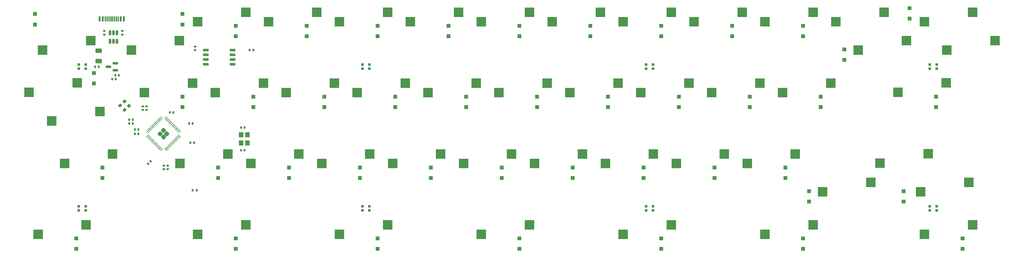
<source format=gbr>
%TF.GenerationSoftware,KiCad,Pcbnew,(6.0.7)*%
%TF.CreationDate,2023-01-25T01:57:20+01:00*%
%TF.ProjectId,william,77696c6c-6961-46d2-9e6b-696361645f70,rev?*%
%TF.SameCoordinates,Original*%
%TF.FileFunction,Paste,Bot*%
%TF.FilePolarity,Positive*%
%FSLAX46Y46*%
G04 Gerber Fmt 4.6, Leading zero omitted, Abs format (unit mm)*
G04 Created by KiCad (PCBNEW (6.0.7)) date 2023-01-25 01:57:20*
%MOMM*%
%LPD*%
G01*
G04 APERTURE LIST*
G04 Aperture macros list*
%AMRoundRect*
0 Rectangle with rounded corners*
0 $1 Rounding radius*
0 $2 $3 $4 $5 $6 $7 $8 $9 X,Y pos of 4 corners*
0 Add a 4 corners polygon primitive as box body*
4,1,4,$2,$3,$4,$5,$6,$7,$8,$9,$2,$3,0*
0 Add four circle primitives for the rounded corners*
1,1,$1+$1,$2,$3*
1,1,$1+$1,$4,$5*
1,1,$1+$1,$6,$7*
1,1,$1+$1,$8,$9*
0 Add four rect primitives between the rounded corners*
20,1,$1+$1,$2,$3,$4,$5,0*
20,1,$1+$1,$4,$5,$6,$7,0*
20,1,$1+$1,$6,$7,$8,$9,0*
20,1,$1+$1,$8,$9,$2,$3,0*%
G04 Aperture macros list end*
%ADD10R,0.700000X0.700000*%
%ADD11R,2.550000X2.500000*%
%ADD12R,1.100000X1.100000*%
%ADD13RoundRect,0.140000X-0.140000X-0.170000X0.140000X-0.170000X0.140000X0.170000X-0.140000X0.170000X0*%
%ADD14RoundRect,0.140000X0.140000X0.170000X-0.140000X0.170000X-0.140000X-0.170000X0.140000X-0.170000X0*%
%ADD15RoundRect,0.200000X-0.335876X-0.053033X-0.053033X-0.335876X0.335876X0.053033X0.053033X0.335876X0*%
%ADD16RoundRect,0.135000X-0.135000X-0.185000X0.135000X-0.185000X0.135000X0.185000X-0.135000X0.185000X0*%
%ADD17RoundRect,0.150000X0.587500X0.150000X-0.587500X0.150000X-0.587500X-0.150000X0.587500X-0.150000X0*%
%ADD18RoundRect,0.150000X0.650000X0.150000X-0.650000X0.150000X-0.650000X-0.150000X0.650000X-0.150000X0*%
%ADD19RoundRect,0.140000X0.170000X-0.140000X0.170000X0.140000X-0.170000X0.140000X-0.170000X-0.140000X0*%
%ADD20R,0.600000X1.450000*%
%ADD21R,0.300000X1.450000*%
%ADD22RoundRect,0.135000X-0.185000X0.135000X-0.185000X-0.135000X0.185000X-0.135000X0.185000X0.135000X0*%
%ADD23RoundRect,0.250000X0.000000X0.413257X-0.413257X0.000000X0.000000X-0.413257X0.413257X0.000000X0*%
%ADD24RoundRect,0.050000X0.238649X0.309359X-0.309359X-0.238649X-0.238649X-0.309359X0.309359X0.238649X0*%
%ADD25RoundRect,0.050000X-0.238649X0.309359X-0.309359X0.238649X0.238649X-0.309359X0.309359X-0.238649X0*%
%ADD26RoundRect,0.135000X0.135000X0.185000X-0.135000X0.185000X-0.135000X-0.185000X0.135000X-0.185000X0*%
%ADD27RoundRect,0.140000X0.021213X-0.219203X0.219203X-0.021213X-0.021213X0.219203X-0.219203X0.021213X0*%
%ADD28RoundRect,0.250000X-0.625000X0.375000X-0.625000X-0.375000X0.625000X-0.375000X0.625000X0.375000X0*%
%ADD29RoundRect,0.140000X-0.170000X0.140000X-0.170000X-0.140000X0.170000X-0.140000X0.170000X0.140000X0*%
%ADD30R,1.200000X1.400000*%
%ADD31RoundRect,0.150000X0.150000X-0.512500X0.150000X0.512500X-0.150000X0.512500X-0.150000X-0.512500X0*%
G04 APERTURE END LIST*
D10*
%TO.C,D53*%
X262610000Y-94212500D03*
X262610000Y-93112500D03*
X264440000Y-93112500D03*
X264440000Y-94212500D03*
%TD*%
%TO.C,D52*%
X262610000Y-56112500D03*
X262610000Y-55012500D03*
X264440000Y-55012500D03*
X264440000Y-56112500D03*
%TD*%
%TO.C,D51*%
X186410000Y-94212500D03*
X186410000Y-93112500D03*
X188240000Y-93112500D03*
X188240000Y-94212500D03*
%TD*%
%TO.C,D50*%
X186410000Y-56112500D03*
X186410000Y-55012500D03*
X188240000Y-55012500D03*
X188240000Y-56112500D03*
%TD*%
%TO.C,D49*%
X110210000Y-94212500D03*
X110210000Y-93112500D03*
X112040000Y-93112500D03*
X112040000Y-94212500D03*
%TD*%
%TO.C,D48*%
X110210000Y-56112500D03*
X110210000Y-55012500D03*
X112040000Y-55012500D03*
X112040000Y-56112500D03*
%TD*%
%TO.C,D47*%
X34010000Y-94212500D03*
X34010000Y-93112500D03*
X35840000Y-93112500D03*
X35840000Y-94212500D03*
%TD*%
%TO.C,D46*%
X34010000Y-56176000D03*
X34010000Y-55076000D03*
X35840000Y-55076000D03*
X35840000Y-56176000D03*
%TD*%
D11*
%TO.C,SW23*%
X204052500Y-62547500D03*
X216979500Y-60007500D03*
%TD*%
%TO.C,SW42*%
X218340000Y-100647500D03*
X231267000Y-98107500D03*
%TD*%
%TO.C,SW43*%
X261202500Y-100647500D03*
X274129500Y-98107500D03*
%TD*%
%TO.C,SW13(1.5)1*%
X261202500Y-43497500D03*
X274129500Y-40957500D03*
%TD*%
%TO.C,SW37(1.75)1*%
X273086500Y-86677500D03*
X260159500Y-89217500D03*
%TD*%
%TO.C,SW25*%
X254090500Y-62540550D03*
X267017500Y-60000550D03*
%TD*%
%TO.C,SW21*%
X165952500Y-62547500D03*
X178879500Y-60007500D03*
%TD*%
%TO.C,SW15*%
X51652500Y-62547500D03*
X64579500Y-60007500D03*
%TD*%
%TO.C,SW7*%
X142140000Y-43497500D03*
X155067000Y-40957500D03*
%TD*%
%TO.C,SW34*%
X194527500Y-81597500D03*
X207454500Y-79057500D03*
%TD*%
%TO.C,SW9*%
X180240000Y-43497500D03*
X193167000Y-40957500D03*
%TD*%
%TO.C,SW30*%
X118327500Y-81597500D03*
X131254500Y-79057500D03*
%TD*%
%TO.C,SW19*%
X127852500Y-62547500D03*
X140779500Y-60007500D03*
%TD*%
%TO.C,SW14(1.25)1*%
X20676497Y-62506825D03*
X33603497Y-59966825D03*
%TD*%
%TO.C,SW44*%
X104040000Y-100647500D03*
X116967000Y-98107500D03*
%TD*%
%TO.C,SW45*%
X180240000Y-100647500D03*
X193167000Y-98107500D03*
%TD*%
%TO.C,SW33*%
X175477500Y-81597500D03*
X188404500Y-79057500D03*
%TD*%
%TO.C,SW32*%
X156427500Y-81597500D03*
X169354500Y-79057500D03*
%TD*%
%TO.C,SW36*%
X246797500Y-86677500D03*
X233870500Y-89217500D03*
%TD*%
%TO.C,SW4*%
X84990000Y-43497500D03*
X97917000Y-40957500D03*
%TD*%
%TO.C,SW5*%
X104040000Y-43497500D03*
X116967000Y-40957500D03*
%TD*%
%TO.C,SW16*%
X70702500Y-62547500D03*
X83629500Y-60007500D03*
%TD*%
%TO.C,SW37(2.75)1*%
X249264500Y-81534000D03*
X262191500Y-78994000D03*
%TD*%
%TO.C,SW17*%
X89752500Y-62547500D03*
X102679500Y-60007500D03*
%TD*%
%TO.C,SW18*%
X108802500Y-62547500D03*
X121729500Y-60007500D03*
%TD*%
%TO.C,SW35*%
X213577500Y-81597500D03*
X226504500Y-79057500D03*
%TD*%
%TO.C,SW39*%
X23077500Y-100647500D03*
X36004500Y-98107500D03*
%TD*%
%TO.C,SW40*%
X65940000Y-100647500D03*
X78867000Y-98107500D03*
%TD*%
%TO.C,SW31*%
X137377500Y-81597500D03*
X150304500Y-79057500D03*
%TD*%
%TO.C,SW8*%
X161190000Y-43497500D03*
X174117000Y-40957500D03*
%TD*%
%TO.C,SW12*%
X280135000Y-48577500D03*
X267208000Y-51117500D03*
%TD*%
%TO.C,SW41*%
X142140000Y-100647500D03*
X155067000Y-98107500D03*
%TD*%
%TO.C,SW11*%
X218340000Y-43497500D03*
X231267000Y-40957500D03*
%TD*%
%TO.C,SW28*%
X80227500Y-81597500D03*
X93154500Y-79057500D03*
%TD*%
%TO.C,SW3*%
X65940000Y-43497500D03*
X78867000Y-40957500D03*
%TD*%
%TO.C,SW1*%
X37247500Y-48577500D03*
X24320500Y-51117500D03*
%TD*%
%TO.C,SW10*%
X199290000Y-43497500D03*
X212217000Y-40957500D03*
%TD*%
%TO.C,SW13*%
X237390000Y-43497500D03*
X250317000Y-40957500D03*
%TD*%
%TO.C,SW27*%
X61177500Y-81597500D03*
X74104500Y-79057500D03*
%TD*%
%TO.C,SW22*%
X185002500Y-62547500D03*
X197929500Y-60007500D03*
%TD*%
%TO.C,SW6*%
X123090000Y-43497500D03*
X136017000Y-40957500D03*
%TD*%
%TO.C,SW24*%
X223102500Y-62547500D03*
X236029500Y-60007500D03*
%TD*%
%TO.C,SW29*%
X99277500Y-81597500D03*
X112204500Y-79057500D03*
%TD*%
%TO.C,SW20*%
X146902500Y-62547500D03*
X159829500Y-60007500D03*
%TD*%
%TO.C,SW14*%
X39660500Y-67627500D03*
X26733500Y-70167500D03*
%TD*%
%TO.C,SW2*%
X61060000Y-48577500D03*
X48133000Y-51117500D03*
%TD*%
%TO.C,SW12(1.5)1*%
X256322500Y-48577500D03*
X243395500Y-51117500D03*
%TD*%
%TO.C,SW26*%
X30189500Y-81661000D03*
X43116500Y-79121000D03*
%TD*%
D12*
%TO.C,D12*%
X76200000Y-104587500D03*
X76200000Y-101787500D03*
%TD*%
%TO.C,D43*%
X255587500Y-91887500D03*
X255587500Y-89087500D03*
%TD*%
%TO.C,D29*%
X185737500Y-85537500D03*
X185737500Y-82737500D03*
%TD*%
%TO.C,D34*%
X209550000Y-47437500D03*
X209550000Y-44637500D03*
%TD*%
%TO.C,D28*%
X176212500Y-66487500D03*
X176212500Y-63687500D03*
%TD*%
%TO.C,D44*%
X257175000Y-42675000D03*
X257175000Y-39875000D03*
%TD*%
%TO.C,D21*%
X138112500Y-66487500D03*
X138112500Y-63687500D03*
%TD*%
D13*
%TO.C,C7*%
X43843000Y-57912000D03*
X44803000Y-57912000D03*
%TD*%
D12*
%TO.C,D5*%
X33337500Y-104587500D03*
X33337500Y-101787500D03*
%TD*%
%TO.C,D30*%
X190500000Y-47437500D03*
X190500000Y-44637500D03*
%TD*%
D14*
%TO.C,C5*%
X78585000Y-78105000D03*
X77625000Y-78105000D03*
%TD*%
D12*
%TO.C,D42*%
X264287000Y-66487500D03*
X264287000Y-63687500D03*
%TD*%
%TO.C,D14*%
X100012500Y-66487500D03*
X100012500Y-63687500D03*
%TD*%
D15*
%TO.C,R2*%
X45136637Y-66091637D03*
X46303363Y-67258363D03*
%TD*%
D12*
%TO.C,D11*%
X90487500Y-85537500D03*
X90487500Y-82737500D03*
%TD*%
D16*
%TO.C,R3*%
X64621588Y-88875000D03*
X65641588Y-88875000D03*
%TD*%
D12*
%TO.C,D39*%
X230187500Y-91887500D03*
X230187500Y-89087500D03*
%TD*%
%TO.C,D31*%
X195262500Y-66487500D03*
X195262500Y-63687500D03*
%TD*%
D17*
%TO.C,U2*%
X43863500Y-54676000D03*
X43863500Y-56576000D03*
X41988500Y-55626000D03*
%TD*%
D18*
%TO.C,U3*%
X75355000Y-51181000D03*
X75355000Y-52451000D03*
X75355000Y-53721000D03*
X75355000Y-54991000D03*
X68155000Y-54991000D03*
X68155000Y-53721000D03*
X68155000Y-52451000D03*
X68155000Y-51181000D03*
%TD*%
D14*
%TO.C,C16*%
X50010000Y-72517000D03*
X49050000Y-72517000D03*
%TD*%
D19*
%TO.C,C15*%
X51181000Y-67282000D03*
X51181000Y-66322000D03*
%TD*%
%TO.C,C11*%
X57912000Y-83157000D03*
X57912000Y-82197000D03*
%TD*%
D12*
%TO.C,D23*%
X152400000Y-47437500D03*
X152400000Y-44637500D03*
%TD*%
D20*
%TO.C,J1*%
X39612499Y-42764539D03*
X40412499Y-42764539D03*
D21*
X41612499Y-42764539D03*
X42612499Y-42764539D03*
X43112499Y-42764539D03*
X44112499Y-42764539D03*
D20*
X45312499Y-42764539D03*
X46112499Y-42764539D03*
X46112499Y-42764539D03*
X45312499Y-42764539D03*
D21*
X44612499Y-42764539D03*
X43612499Y-42764539D03*
X42112499Y-42764539D03*
X41112499Y-42764539D03*
D20*
X40412499Y-42764539D03*
X39612499Y-42764539D03*
%TD*%
D14*
%TO.C,C8*%
X43914000Y-58928000D03*
X42954000Y-58928000D03*
%TD*%
D13*
%TO.C,C14*%
X63655000Y-70866000D03*
X64615000Y-70866000D03*
%TD*%
D22*
%TO.C,R5*%
X45720000Y-45972000D03*
X45720000Y-46992000D03*
%TD*%
D13*
%TO.C,C17*%
X58448000Y-67945000D03*
X59408000Y-67945000D03*
%TD*%
D12*
%TO.C,D24*%
X157162500Y-66487500D03*
X157162500Y-63687500D03*
%TD*%
D14*
%TO.C,C1*%
X48486000Y-69850000D03*
X47526000Y-69850000D03*
%TD*%
D19*
%TO.C,C2*%
X52197000Y-67282000D03*
X52197000Y-66322000D03*
%TD*%
D12*
%TO.C,D20*%
X133350000Y-47437500D03*
X133350000Y-44637500D03*
%TD*%
%TO.C,D45*%
X271462500Y-104587500D03*
X271462500Y-101787500D03*
%TD*%
%TO.C,D40*%
X228600000Y-104587500D03*
X228600000Y-101787500D03*
%TD*%
%TO.C,D27*%
X171450000Y-47437500D03*
X171450000Y-44637500D03*
%TD*%
D23*
%TO.C,U1*%
X55867439Y-73660000D03*
X57670561Y-73660000D03*
X56769000Y-72758439D03*
X56769000Y-74561561D03*
D24*
X57361202Y-69390843D03*
X57644045Y-69673686D03*
X57926887Y-69956528D03*
X58209730Y-70239371D03*
X58492573Y-70522214D03*
X58775415Y-70805056D03*
X59058258Y-71087899D03*
X59341101Y-71370742D03*
X59623944Y-71653585D03*
X59906786Y-71936427D03*
X60189629Y-72219270D03*
X60472472Y-72502113D03*
X60755314Y-72784955D03*
X61038157Y-73067798D03*
D25*
X61038157Y-74252202D03*
X60755314Y-74535045D03*
X60472472Y-74817887D03*
X60189629Y-75100730D03*
X59906786Y-75383573D03*
X59623944Y-75666415D03*
X59341101Y-75949258D03*
X59058258Y-76232101D03*
X58775415Y-76514944D03*
X58492573Y-76797786D03*
X58209730Y-77080629D03*
X57926887Y-77363472D03*
X57644045Y-77646314D03*
X57361202Y-77929157D03*
D24*
X56176798Y-77929157D03*
X55893955Y-77646314D03*
X55611113Y-77363472D03*
X55328270Y-77080629D03*
X55045427Y-76797786D03*
X54762585Y-76514944D03*
X54479742Y-76232101D03*
X54196899Y-75949258D03*
X53914056Y-75666415D03*
X53631214Y-75383573D03*
X53348371Y-75100730D03*
X53065528Y-74817887D03*
X52782686Y-74535045D03*
X52499843Y-74252202D03*
D25*
X52499843Y-73067798D03*
X52782686Y-72784955D03*
X53065528Y-72502113D03*
X53348371Y-72219270D03*
X53631214Y-71936427D03*
X53914056Y-71653585D03*
X54196899Y-71370742D03*
X54479742Y-71087899D03*
X54762585Y-70805056D03*
X55045427Y-70522214D03*
X55328270Y-70239371D03*
X55611113Y-69956528D03*
X55893955Y-69673686D03*
X56176798Y-69390843D03*
%TD*%
D12*
%TO.C,D33*%
X190500000Y-104587500D03*
X190500000Y-101787500D03*
%TD*%
%TO.C,D4*%
X40386000Y-85537500D03*
X40386000Y-82737500D03*
%TD*%
%TO.C,D16*%
X114300000Y-47437500D03*
X114300000Y-44637500D03*
%TD*%
D19*
%TO.C,C12*%
X65278000Y-51153000D03*
X65278000Y-50193000D03*
%TD*%
D12*
%TO.C,D3*%
X38100000Y-57337500D03*
X38100000Y-60137500D03*
%TD*%
%TO.C,D8*%
X71437500Y-85537500D03*
X71437500Y-82737500D03*
%TD*%
D26*
%TO.C,R7*%
X65026000Y-76073000D03*
X64006000Y-76073000D03*
%TD*%
D12*
%TO.C,D15*%
X109537500Y-85537500D03*
X109537500Y-82737500D03*
%TD*%
D27*
%TO.C,C13*%
X52619589Y-81746411D03*
X53298411Y-81067589D03*
%TD*%
D12*
%TO.C,D22*%
X147637500Y-85537500D03*
X147637500Y-82737500D03*
%TD*%
%TO.C,D10*%
X80962500Y-66487500D03*
X80962500Y-63687500D03*
%TD*%
%TO.C,D26*%
X152400000Y-104587500D03*
X152400000Y-101787500D03*
%TD*%
%TO.C,D32*%
X204787500Y-85537500D03*
X204787500Y-82737500D03*
%TD*%
%TO.C,D37*%
X228600000Y-47437500D03*
X228600000Y-44637500D03*
%TD*%
D14*
%TO.C,C4*%
X39342000Y-55626000D03*
X38382000Y-55626000D03*
%TD*%
D13*
%TO.C,C6*%
X77625000Y-72009000D03*
X78585000Y-72009000D03*
%TD*%
D12*
%TO.C,D19*%
X114300000Y-104587500D03*
X114300000Y-101787500D03*
%TD*%
D26*
%TO.C,R6*%
X80901000Y-51181000D03*
X79881000Y-51181000D03*
%TD*%
D12*
%TO.C,D9*%
X76200000Y-47437500D03*
X76200000Y-44637500D03*
%TD*%
D14*
%TO.C,C10*%
X50010000Y-73660000D03*
X49050000Y-73660000D03*
%TD*%
D12*
%TO.C,D17*%
X119062500Y-66487500D03*
X119062500Y-63687500D03*
%TD*%
%TO.C,D7*%
X61912500Y-66487500D03*
X61912500Y-63687500D03*
%TD*%
%TO.C,D2*%
X22225000Y-41462500D03*
X22225000Y-44262500D03*
%TD*%
D28*
%TO.C,F1*%
X39370000Y-51305000D03*
X39370000Y-54105000D03*
%TD*%
D29*
%TO.C,C3*%
X56896000Y-82197000D03*
X56896000Y-83157000D03*
%TD*%
D12*
%TO.C,D6*%
X61912500Y-41462500D03*
X61912500Y-44262500D03*
%TD*%
D15*
%TO.C,R1*%
X46279637Y-64948637D03*
X47446363Y-66115363D03*
%TD*%
D12*
%TO.C,D25*%
X166687500Y-85537500D03*
X166687500Y-82737500D03*
%TD*%
D22*
%TO.C,R4*%
X40894000Y-46992000D03*
X40894000Y-45972000D03*
%TD*%
D12*
%TO.C,D36*%
X223837500Y-85537500D03*
X223837500Y-82737500D03*
%TD*%
D30*
%TO.C,Y1*%
X77636000Y-76157000D03*
X77636000Y-73957000D03*
X79336000Y-73957000D03*
X79336000Y-76157000D03*
%TD*%
D31*
%TO.C,U4*%
X44257000Y-48762500D03*
X43307000Y-48762500D03*
X42357000Y-48762500D03*
X42357000Y-46487500D03*
X43307000Y-46487500D03*
X44257000Y-46487500D03*
%TD*%
D12*
%TO.C,D18*%
X128587500Y-85537500D03*
X128587500Y-82737500D03*
%TD*%
%TO.C,D41*%
X239712500Y-53787500D03*
X239712500Y-50987500D03*
%TD*%
%TO.C,D35*%
X214312500Y-66487500D03*
X214312500Y-63687500D03*
%TD*%
%TO.C,D38*%
X233362500Y-66487500D03*
X233362500Y-63687500D03*
%TD*%
D14*
%TO.C,C9*%
X48486000Y-70866000D03*
X47526000Y-70866000D03*
%TD*%
D12*
%TO.C,D13*%
X95250000Y-47437500D03*
X95250000Y-44637500D03*
%TD*%
M02*

</source>
